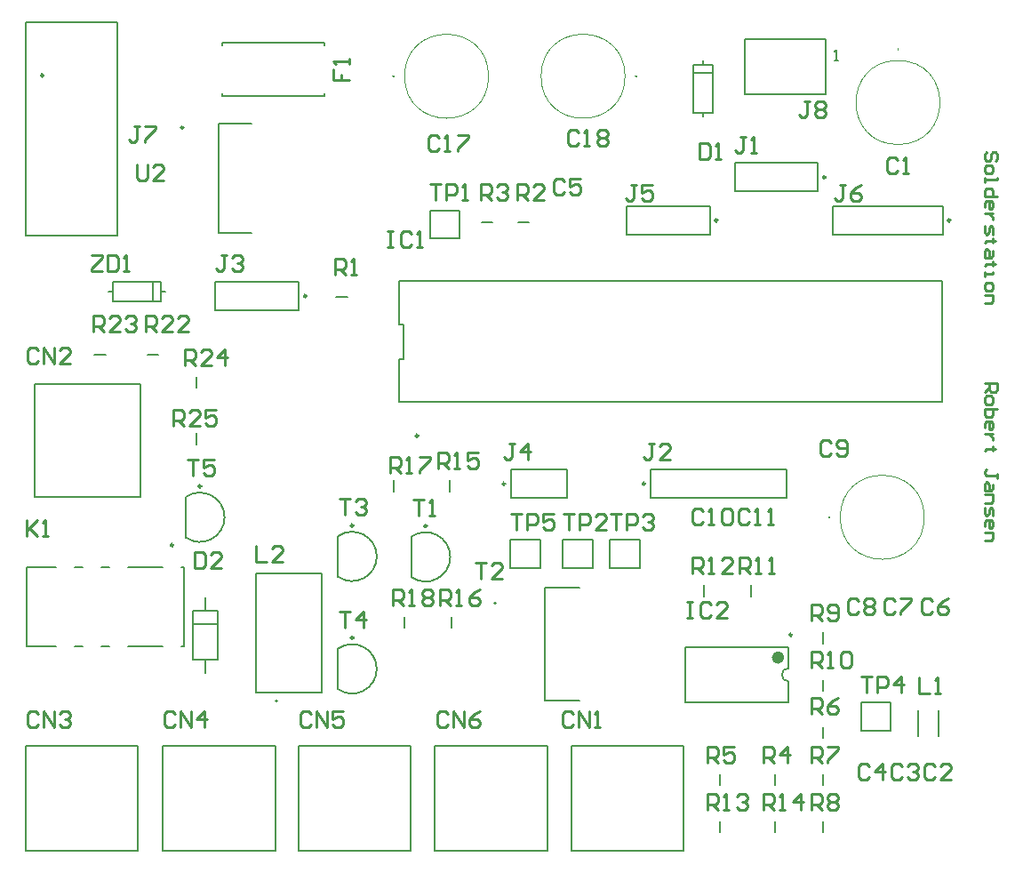
<source format=gbr>
%TF.GenerationSoftware,Altium Limited,Altium Designer,24.3.1 (35)*%
G04 Layer_Color=65535*
%FSLAX45Y45*%
%MOMM*%
%TF.SameCoordinates,77145657-7363-482A-8684-523018AF0833*%
%TF.FilePolarity,Positive*%
%TF.FileFunction,Legend,Top*%
%TF.Part,Single*%
G01*
G75*
%TA.AperFunction,NonConductor*%
%ADD46C,0.20000*%
%ADD47C,0.25000*%
%ADD48C,0.60000*%
%ADD49C,0.25400*%
%ADD50C,0.10000*%
%ADD51C,0.12700*%
%ADD52C,0.15240*%
D46*
X7457500Y1913500D02*
G03*
X7457500Y1786500I0J-63500D01*
G01*
X3166485Y1712451D02*
G03*
X3166453Y2099205I133515J193387D01*
G01*
X2590000Y1600000D02*
G03*
X2590000Y1600000I-10000J0D01*
G01*
X1716485Y3156613D02*
G03*
X1716454Y3543366I133515J193387D01*
G01*
X7840000Y3350000D02*
G03*
X7850000Y3350000I5000J0D01*
G01*
D02*
G03*
X7840000Y3350000I-5000J0D01*
G01*
D02*
G03*
X7850000Y3350000I5000J0D01*
G01*
X3690000Y7550000D02*
G03*
X3700000Y7550000I5000J0D01*
G01*
D02*
G03*
X3690000Y7550000I-5000J0D01*
G01*
D02*
G03*
X3700000Y7550000I5000J0D01*
G01*
X6010000D02*
G03*
X6000000Y7550000I-5000J0D01*
G01*
D02*
G03*
X6010000Y7550000I5000J0D01*
G01*
D02*
G03*
X6000000Y7550000I-5000J0D01*
G01*
X3866485Y2779613D02*
G03*
X3866454Y3166366I133515J193387D01*
G01*
X3166485Y2783613D02*
G03*
X3166453Y3170366I133515J193387D01*
G01*
X8500000Y7810000D02*
G03*
X8500000Y7800000I0J-5000D01*
G01*
D02*
G03*
X8500000Y7810000I0J5000D01*
G01*
D02*
G03*
X8500000Y7800000I0J-5000D01*
G01*
X4673936Y2532215D02*
G03*
X4673936Y2532215I-10000J0D01*
G01*
X6477501Y2115000D02*
X7457499D01*
X6477501Y1584998D02*
X7457499D01*
Y1913502D02*
Y2115000D01*
Y1584998D02*
Y1786502D01*
X6477501Y1584998D02*
Y2115000D01*
X8430674Y1315499D02*
Y1584501D01*
X8146677D02*
X8430674D01*
X8146677Y1315499D02*
Y1584501D01*
Y1315499D02*
X8430674D01*
X6799999Y797502D02*
Y902500D01*
X7332500Y797502D02*
Y902500D01*
X7788674Y797502D02*
Y902500D01*
Y1697500D02*
Y1802499D01*
Y1247478D02*
Y1352482D01*
Y2147502D02*
Y2252500D01*
Y347500D02*
Y452499D01*
X6799999Y347500D02*
Y452499D01*
X7332500Y347500D02*
Y452499D01*
X8888677Y1267498D02*
Y1507498D01*
X8688677Y1267498D02*
Y1507498D01*
X7099999Y2597498D02*
Y2702502D01*
X6650002Y2597498D02*
Y2702502D01*
X2787998Y1169998D02*
X3858999D01*
Y170000D02*
Y1169998D01*
X2787998Y170000D02*
X3858999D01*
X2787998D02*
Y1169998D01*
X187998D02*
X1259000D01*
Y170000D02*
Y1169998D01*
X187998Y170000D02*
X1259000D01*
X187998D02*
Y1169998D01*
X1496002D02*
X2566998D01*
Y170000D02*
Y1169998D01*
X1496002Y170000D02*
X2566998D01*
X1496002D02*
Y1169998D01*
X4088001D02*
X5159002D01*
Y170000D02*
Y1169998D01*
X4088001Y170000D02*
X5159002D01*
X4088001D02*
Y1169998D01*
X1782499Y2328502D02*
X2017499D01*
Y1990499D02*
Y2455502D01*
X1782499Y1990499D02*
Y2455502D01*
X1899999Y1863499D02*
Y1990499D01*
X1782499D02*
X2017499D01*
X1899999Y2455502D02*
Y2582502D01*
X1782499Y2455502D02*
X2017499D01*
X3166499Y1712476D02*
Y2099206D01*
X280002Y3546000D02*
X1280000D01*
Y4617001D01*
X280002D02*
X1280000D01*
X280002Y3546000D02*
Y4617001D01*
X1022002Y5404498D02*
X1477998D01*
X1022002D02*
Y5595501D01*
X1477998D01*
Y5404498D02*
Y5595501D01*
X1400000Y5414500D02*
Y5585498D01*
X1477998Y5500002D02*
X1517998D01*
X982002D02*
X1022002D01*
X1716499Y3156634D02*
Y3543364D01*
X1998566Y5593002D02*
X2790564D01*
Y5324000D02*
Y5593002D01*
X1998566Y5324000D02*
X2790564D01*
X1998566D02*
Y5593002D01*
X7879449Y6312914D02*
X8925451D01*
Y6043912D02*
Y6312914D01*
X7879449Y6043912D02*
X8925451D01*
X7879449D02*
Y6312914D01*
X3743374Y4445252D02*
Y4856874D01*
X3793376D01*
Y5186175D01*
X3743374D02*
X3793376D01*
X3743374D02*
Y5597802D01*
X8918624D01*
Y4445252D02*
Y5597802D01*
X3743374Y4445252D02*
X8918624D01*
X5092002Y2865499D02*
Y3134500D01*
X4807999D02*
X5092002D01*
X4807999Y2865499D02*
Y3134500D01*
Y2865499D02*
X5092002D01*
X4810336Y3535002D02*
X5348333D01*
X4810336D02*
Y3804003D01*
X5348333D01*
Y3535002D02*
Y3804003D01*
X5592001Y2865499D02*
Y3134500D01*
X5307998D02*
X5592001D01*
X5307998Y2865499D02*
Y3134500D01*
Y2865499D02*
X5592001D01*
X5387998Y170000D02*
Y1169998D01*
Y170000D02*
X6458999D01*
Y1169998D01*
X5387998D02*
X6458999D01*
X6042002Y2865499D02*
Y3134500D01*
X5758000D02*
X6042002D01*
X5758000Y2865499D02*
Y3134500D01*
Y2865499D02*
X6042002D01*
X7440857Y3535002D02*
Y3804003D01*
X6140854D02*
X7440857D01*
X6140854Y3535002D02*
Y3804003D01*
Y3535002D02*
X7440857D01*
X191996Y8067505D02*
X1062002D01*
X191996Y6032498D02*
Y8067505D01*
X192022Y6032472D02*
X1061977D01*
X1062002Y6032498D02*
Y8067505D01*
X4325333Y6004410D02*
Y6273412D01*
X4041336D02*
X4325333D01*
X4041336Y6004410D02*
Y6273412D01*
Y6004410D02*
X4325333D01*
X5916293Y6312914D02*
X6708295D01*
Y6043912D02*
Y6312914D01*
X5916293Y6043912D02*
X6708295D01*
X5916293D02*
Y6312914D01*
X6944596Y6723286D02*
X7736594D01*
Y6454285D02*
Y6723286D01*
X6944596Y6454285D02*
X7736594D01*
X6944596D02*
Y6723286D01*
X6642453Y7164611D02*
Y7204611D01*
Y7660612D02*
Y7700612D01*
X6556952Y7582609D02*
X6727955D01*
X6546954Y7660612D02*
X6737952D01*
X6546954Y7204611D02*
Y7660612D01*
Y7204611D02*
X6737952D01*
Y7660612D01*
X7814338Y7377412D02*
Y7900414D01*
X7037337D02*
X7814338D01*
X7037337Y7377412D02*
X7814338D01*
X7037337D02*
Y7900414D01*
X3866503Y2779637D02*
Y3166367D01*
X3166499Y2783635D02*
Y3170365D01*
X4880836Y6156414D02*
X4985835D01*
X4530834D02*
X4635838D01*
X3800000Y2297499D02*
Y2402502D01*
X4250002Y2297499D02*
Y2402502D01*
X1817500Y4047091D02*
Y4152090D01*
Y4582000D02*
Y4686999D01*
X847499Y4899998D02*
X952498D01*
X1347295D02*
X1452294D01*
X3147500Y5450000D02*
X3252498D01*
X3700000Y3597501D02*
Y3702500D01*
X4234162Y3597501D02*
Y3702500D01*
X1672501Y2125002D02*
X1699999D01*
X1164501D02*
X1497500D01*
X910501D02*
X989500D01*
X656501D02*
X735500D01*
X200002D02*
X481500D01*
X200002D02*
Y2874998D01*
X1672501D02*
X1699999D01*
X1164501D02*
X1497500D01*
X910501D02*
X989500D01*
X656501D02*
X735500D01*
X200002D02*
X481500D01*
X1699999Y2125002D02*
Y2874998D01*
X2029407Y7100502D02*
X2341410D01*
X2029407Y6059498D02*
Y7100502D01*
Y6059498D02*
X2341410D01*
X2060908Y7845291D02*
Y7868791D01*
Y7365789D02*
Y7389290D01*
Y7365789D02*
X3033911D01*
Y7845291D02*
Y7868791D01*
Y7365789D02*
Y7389290D01*
X2060908Y7868791D02*
X3033911D01*
D47*
X7491000Y2231000D02*
G03*
X7491000Y2231000I-12500J0D01*
G01*
X3312500Y2200839D02*
G03*
X3312500Y2200839I-12500J0D01*
G01*
X1862500Y3645000D02*
G03*
X1862500Y3645000I-12500J0D01*
G01*
X2864264Y5458500D02*
G03*
X2864264Y5458500I-12500J0D01*
G01*
X8999151Y6178414D02*
G03*
X8999151Y6178414I-12500J0D01*
G01*
X3930500Y4127500D02*
G03*
X3930500Y4127500I-12500J0D01*
G01*
X6092155Y3669501D02*
G03*
X6092155Y3669501I-12500J0D01*
G01*
X360100Y7558000D02*
G03*
X360100Y7558000I-12500J0D01*
G01*
X6781994Y6178414D02*
G03*
X6781994Y6178414I-12500J0D01*
G01*
X7810296Y6588787D02*
G03*
X7810296Y6588787I-12500J0D01*
G01*
X4012500Y3268000D02*
G03*
X4012500Y3268000I-12500J0D01*
G01*
X3312500Y3272000D02*
G03*
X3312500Y3272000I-12500J0D01*
G01*
X1597500Y3085000D02*
G03*
X1597500Y3085000I-12500J0D01*
G01*
X1692908Y7062600D02*
G03*
X1692908Y7062600I-12500J0D01*
G01*
D48*
X7387500Y2015000D02*
G03*
X7387500Y2015000I-30000J0D01*
G01*
D49*
X4757955Y3669501D02*
G03*
X4757955Y3669501I-11359J0D01*
G01*
X9425368Y6744626D02*
X9445361Y6764619D01*
Y6804606D01*
X9425368Y6824600D01*
X9405374D01*
X9385381Y6804606D01*
Y6764619D01*
X9365387Y6744626D01*
X9345394D01*
X9325400Y6764619D01*
Y6804606D01*
X9345394Y6824600D01*
X9325400Y6684645D02*
Y6644658D01*
X9345394Y6624665D01*
X9385381D01*
X9405374Y6644658D01*
Y6684645D01*
X9385381Y6704639D01*
X9345394D01*
X9325400Y6684645D01*
Y6584678D02*
Y6544691D01*
Y6564684D01*
X9445361D01*
Y6584678D01*
Y6404736D02*
X9325400D01*
Y6464716D01*
X9345394Y6484710D01*
X9385381D01*
X9405374Y6464716D01*
Y6404736D01*
X9325400Y6304768D02*
Y6344755D01*
X9345394Y6364749D01*
X9385381D01*
X9405374Y6344755D01*
Y6304768D01*
X9385381Y6284775D01*
X9365387D01*
Y6364749D01*
X9405374Y6244788D02*
X9325400D01*
X9365387D01*
X9385381Y6224794D01*
X9405374Y6204801D01*
Y6184807D01*
X9325400Y6124826D02*
Y6064846D01*
X9345394Y6044852D01*
X9365387Y6064846D01*
Y6104833D01*
X9385381Y6124826D01*
X9405374Y6104833D01*
Y6044852D01*
X9425368Y5984872D02*
X9405374D01*
Y6004865D01*
Y5964878D01*
Y5984872D01*
X9345394D01*
X9325400Y5964878D01*
X9405374Y5884904D02*
Y5844917D01*
X9385381Y5824923D01*
X9325400D01*
Y5884904D01*
X9345394Y5904898D01*
X9365387Y5884904D01*
Y5824923D01*
X9425368Y5764943D02*
X9405374D01*
Y5784936D01*
Y5744949D01*
Y5764943D01*
X9345394D01*
X9325400Y5744949D01*
Y5684969D02*
Y5644982D01*
Y5664975D01*
X9405374D01*
Y5684969D01*
X9325400Y5565007D02*
Y5525020D01*
X9345394Y5505027D01*
X9385381D01*
X9405374Y5525020D01*
Y5565007D01*
X9385381Y5585001D01*
X9345394D01*
X9325400Y5565007D01*
Y5465040D02*
X9405374D01*
Y5405059D01*
X9385381Y5385065D01*
X9325400D01*
X6493340Y2543591D02*
X6544124D01*
X6518732D01*
Y2391240D01*
X6493340D01*
X6544124D01*
X6721866Y2518199D02*
X6696474Y2543591D01*
X6645691D01*
X6620299Y2518199D01*
Y2416632D01*
X6645691Y2391240D01*
X6696474D01*
X6721866Y2416632D01*
X6874217Y2391240D02*
X6772650D01*
X6874217Y2492807D01*
Y2518199D01*
X6848825Y2543591D01*
X6798042D01*
X6772650Y2518199D01*
X8149420Y1834931D02*
X8250987D01*
X8200204D01*
Y1682580D01*
X8301771D02*
Y1834931D01*
X8377946D01*
X8403338Y1809539D01*
Y1758755D01*
X8377946Y1733364D01*
X8301771D01*
X8530297Y1682580D02*
Y1834931D01*
X8454122Y1758755D01*
X8555689D01*
X8540547Y976419D02*
X8515155Y1001811D01*
X8464372D01*
X8438980Y976419D01*
Y874852D01*
X8464372Y849460D01*
X8515155D01*
X8540547Y874852D01*
X8591331Y976419D02*
X8616723Y1001811D01*
X8667506D01*
X8692898Y976419D01*
Y951027D01*
X8667506Y925635D01*
X8642114D01*
X8667506D01*
X8692898Y900244D01*
Y874852D01*
X8667506Y849460D01*
X8616723D01*
X8591331Y874852D01*
X8228127Y976419D02*
X8202735Y1001811D01*
X8151952D01*
X8126560Y976419D01*
Y874852D01*
X8151952Y849460D01*
X8202735D01*
X8228127Y874852D01*
X8355086Y849460D02*
Y1001811D01*
X8278911Y925635D01*
X8380478D01*
X6688920Y1014560D02*
Y1166911D01*
X6765095D01*
X6790487Y1141519D01*
Y1090735D01*
X6765095Y1065344D01*
X6688920D01*
X6739704D02*
X6790487Y1014560D01*
X6942838Y1166911D02*
X6841271D01*
Y1090735D01*
X6892054Y1116127D01*
X6917446D01*
X6942838Y1090735D01*
Y1039952D01*
X6917446Y1014560D01*
X6866663D01*
X6841271Y1039952D01*
X7219780Y1014560D02*
Y1166911D01*
X7295955D01*
X7321347Y1141519D01*
Y1090735D01*
X7295955Y1065344D01*
X7219780D01*
X7270564D02*
X7321347Y1014560D01*
X7448306D02*
Y1166911D01*
X7372131Y1090735D01*
X7473698D01*
X7676980Y1014560D02*
Y1166911D01*
X7753155D01*
X7778547Y1141519D01*
Y1090735D01*
X7753155Y1065344D01*
X7676980D01*
X7727764D02*
X7778547Y1014560D01*
X7829331Y1166911D02*
X7930898D01*
Y1141519D01*
X7829331Y1039952D01*
Y1014560D01*
X7676980Y1913720D02*
Y2066071D01*
X7753155D01*
X7778547Y2040679D01*
Y1989895D01*
X7753155Y1964504D01*
X7676980D01*
X7727764D02*
X7778547Y1913720D01*
X7829331D02*
X7880114D01*
X7854723D01*
Y2066071D01*
X7829331Y2040679D01*
X7956290D02*
X7981682Y2066071D01*
X8032465D01*
X8057857Y2040679D01*
Y1939112D01*
X8032465Y1913720D01*
X7981682D01*
X7956290Y1939112D01*
Y2040679D01*
X7673041Y1473825D02*
Y1626175D01*
X7749217D01*
X7774609Y1600783D01*
Y1550000D01*
X7749217Y1524608D01*
X7673041D01*
X7723825D02*
X7774609Y1473825D01*
X7926959Y1626175D02*
X7876176Y1600783D01*
X7825392Y1550000D01*
Y1499216D01*
X7850784Y1473825D01*
X7901567D01*
X7926959Y1499216D01*
Y1524608D01*
X7901567Y1550000D01*
X7825392D01*
X7676980Y2363300D02*
Y2515651D01*
X7753155D01*
X7778547Y2490259D01*
Y2439475D01*
X7753155Y2414084D01*
X7676980D01*
X7727764D02*
X7778547Y2363300D01*
X7829331Y2388692D02*
X7854723Y2363300D01*
X7905506D01*
X7930898Y2388692D01*
Y2490259D01*
X7905506Y2515651D01*
X7854723D01*
X7829331Y2490259D01*
Y2464867D01*
X7854723Y2439475D01*
X7930898D01*
X7676980Y562440D02*
Y714791D01*
X7753155D01*
X7778547Y689399D01*
Y638615D01*
X7753155Y613224D01*
X7676980D01*
X7727764D02*
X7778547Y562440D01*
X7829331Y689399D02*
X7854723Y714791D01*
X7905506D01*
X7930898Y689399D01*
Y664007D01*
X7905506Y638615D01*
X7930898Y613224D01*
Y587832D01*
X7905506Y562440D01*
X7854723D01*
X7829331Y587832D01*
Y613224D01*
X7854723Y638615D01*
X7829331Y664007D01*
Y689399D01*
X7854723Y638615D02*
X7905506D01*
X6688920Y562440D02*
Y714791D01*
X6765095D01*
X6790487Y689399D01*
Y638615D01*
X6765095Y613224D01*
X6688920D01*
X6739704D02*
X6790487Y562440D01*
X6841271D02*
X6892054D01*
X6866663D01*
Y714791D01*
X6841271Y689399D01*
X6968230D02*
X6993622Y714791D01*
X7044405D01*
X7069797Y689399D01*
Y664007D01*
X7044405Y638615D01*
X7019013D01*
X7044405D01*
X7069797Y613224D01*
Y587832D01*
X7044405Y562440D01*
X6993622D01*
X6968230Y587832D01*
X7219780Y562440D02*
Y714791D01*
X7295955D01*
X7321347Y689399D01*
Y638615D01*
X7295955Y613224D01*
X7219780D01*
X7270564D02*
X7321347Y562440D01*
X7372131D02*
X7422914D01*
X7397523D01*
Y714791D01*
X7372131Y689399D01*
X7575265Y562440D02*
Y714791D01*
X7499090Y638615D01*
X7600657D01*
X8124608Y2550784D02*
X8099216Y2576175D01*
X8048433D01*
X8023041Y2550784D01*
Y2449217D01*
X8048433Y2423825D01*
X8099216D01*
X8124608Y2449217D01*
X8175392Y2550784D02*
X8200784Y2576175D01*
X8251567D01*
X8276959Y2550784D01*
Y2525392D01*
X8251567Y2500000D01*
X8276959Y2474608D01*
Y2449217D01*
X8251567Y2423825D01*
X8200784D01*
X8175392Y2449217D01*
Y2474608D01*
X8200784Y2500000D01*
X8175392Y2525392D01*
Y2550784D01*
X8200784Y2500000D02*
X8251567D01*
X8474608Y2550784D02*
X8449217Y2576175D01*
X8398433D01*
X8373041Y2550784D01*
Y2449217D01*
X8398433Y2423825D01*
X8449217D01*
X8474608Y2449217D01*
X8525392Y2576175D02*
X8626959D01*
Y2550784D01*
X8525392Y2449217D01*
Y2423825D01*
X8698433Y1826175D02*
Y1673825D01*
X8800000D01*
X8850784D02*
X8901567D01*
X8876176D01*
Y1826175D01*
X8850784Y1800784D01*
X8824608Y2550784D02*
X8799217Y2576175D01*
X8748433D01*
X8723041Y2550784D01*
Y2449217D01*
X8748433Y2423825D01*
X8799217D01*
X8824608Y2449217D01*
X8976959Y2576175D02*
X8926175Y2550784D01*
X8875392Y2500000D01*
Y2449217D01*
X8900784Y2423825D01*
X8951567D01*
X8976959Y2449217D01*
Y2474608D01*
X8951567Y2500000D01*
X8875392D01*
X8850427Y976419D02*
X8825035Y1001811D01*
X8774252D01*
X8748860Y976419D01*
Y874852D01*
X8774252Y849460D01*
X8825035D01*
X8850427Y874852D01*
X9002778Y849460D02*
X8901211D01*
X9002778Y951027D01*
Y976419D01*
X8977386Y1001811D01*
X8926603D01*
X8901211Y976419D01*
X6988640Y2812880D02*
Y2965231D01*
X7064815D01*
X7090207Y2939839D01*
Y2889055D01*
X7064815Y2863664D01*
X6988640D01*
X7039424D02*
X7090207Y2812880D01*
X7140991D02*
X7191774D01*
X7166383D01*
Y2965231D01*
X7140991Y2939839D01*
X7267950Y2812880D02*
X7318733D01*
X7293342D01*
Y2965231D01*
X7267950Y2939839D01*
X6539060Y2812880D02*
Y2965231D01*
X6615235D01*
X6640627Y2939839D01*
Y2889055D01*
X6615235Y2863664D01*
X6539060D01*
X6589844D02*
X6640627Y2812880D01*
X6691411D02*
X6742194D01*
X6716803D01*
Y2965231D01*
X6691411Y2939839D01*
X6919937Y2812880D02*
X6818370D01*
X6919937Y2914447D01*
Y2939839D01*
X6894545Y2965231D01*
X6843762D01*
X6818370Y2939839D01*
X2910307Y1479339D02*
X2884915Y1504731D01*
X2834132D01*
X2808740Y1479339D01*
Y1377772D01*
X2834132Y1352380D01*
X2884915D01*
X2910307Y1377772D01*
X2961091Y1352380D02*
Y1504731D01*
X3062658Y1352380D01*
Y1504731D01*
X3215009D02*
X3113442D01*
Y1428555D01*
X3164225Y1453947D01*
X3189617D01*
X3215009Y1428555D01*
Y1377772D01*
X3189617Y1352380D01*
X3138833D01*
X3113442Y1377772D01*
X309347Y1479339D02*
X283955Y1504731D01*
X233172D01*
X207780Y1479339D01*
Y1377772D01*
X233172Y1352380D01*
X283955D01*
X309347Y1377772D01*
X360131Y1352380D02*
Y1504731D01*
X461698Y1352380D01*
Y1504731D01*
X512482Y1479339D02*
X537873Y1504731D01*
X588657D01*
X614049Y1479339D01*
Y1453947D01*
X588657Y1428555D01*
X563265D01*
X588657D01*
X614049Y1403164D01*
Y1377772D01*
X588657Y1352380D01*
X537873D01*
X512482Y1377772D01*
X1617447Y1479339D02*
X1592055Y1504731D01*
X1541272D01*
X1515880Y1479339D01*
Y1377772D01*
X1541272Y1352380D01*
X1592055D01*
X1617447Y1377772D01*
X1668231Y1352380D02*
Y1504731D01*
X1769798Y1352380D01*
Y1504731D01*
X1896757Y1352380D02*
Y1504731D01*
X1820582Y1428555D01*
X1922149D01*
X4210787Y1479339D02*
X4185395Y1504731D01*
X4134612D01*
X4109220Y1479339D01*
Y1377772D01*
X4134612Y1352380D01*
X4185395D01*
X4210787Y1377772D01*
X4261571Y1352380D02*
Y1504731D01*
X4363138Y1352380D01*
Y1504731D01*
X4515489D02*
X4464705Y1479339D01*
X4413922Y1428555D01*
Y1377772D01*
X4439313Y1352380D01*
X4490097D01*
X4515489Y1377772D01*
Y1403164D01*
X4490097Y1428555D01*
X4413922D01*
X1796880Y3016031D02*
Y2863680D01*
X1873055D01*
X1898447Y2889072D01*
Y2990639D01*
X1873055Y3016031D01*
X1796880D01*
X2050798Y2863680D02*
X1949231D01*
X2050798Y2965247D01*
Y2990639D01*
X2025406Y3016031D01*
X1974623D01*
X1949231Y2990639D01*
X3178640Y2454691D02*
X3280207D01*
X3229424D01*
Y2302340D01*
X3407166D02*
Y2454691D01*
X3330991Y2378515D01*
X3432558D01*
X2383620Y3074451D02*
Y2922100D01*
X2485187D01*
X2637538D02*
X2535971D01*
X2637538Y3023667D01*
Y3049059D01*
X2612146Y3074451D01*
X2561363D01*
X2535971Y3049059D01*
X312614Y4940468D02*
X287222Y4965860D01*
X236439D01*
X211047Y4940468D01*
Y4838901D01*
X236439Y4813509D01*
X287222D01*
X312614Y4838901D01*
X363398Y4813509D02*
Y4965860D01*
X464965Y4813509D01*
Y4965860D01*
X617316Y4813509D02*
X515749D01*
X617316Y4915076D01*
Y4940468D01*
X591924Y4965860D01*
X541140D01*
X515749Y4940468D01*
X813900Y5843051D02*
X915467D01*
Y5817659D01*
X813900Y5716092D01*
Y5690700D01*
X915467D01*
X966251Y5843051D02*
Y5690700D01*
X1042426D01*
X1067818Y5716092D01*
Y5817659D01*
X1042426Y5843051D01*
X966251D01*
X1118602Y5690700D02*
X1169385D01*
X1143993D01*
Y5843051D01*
X1118602Y5817659D01*
X1728300Y3897411D02*
X1829867D01*
X1779084D01*
Y3745060D01*
X1982218Y3897411D02*
X1880651D01*
Y3821235D01*
X1931434Y3846627D01*
X1956826D01*
X1982218Y3821235D01*
Y3770452D01*
X1956826Y3745060D01*
X1906043D01*
X1880651Y3770452D01*
X2104187Y5843051D02*
X2053404D01*
X2078795D01*
Y5716092D01*
X2053404Y5690700D01*
X2028012D01*
X2002620Y5716092D01*
X2154971Y5817659D02*
X2180363Y5843051D01*
X2231146D01*
X2256538Y5817659D01*
Y5792267D01*
X2231146Y5766875D01*
X2205754D01*
X2231146D01*
X2256538Y5741484D01*
Y5716092D01*
X2231146Y5690700D01*
X2180363D01*
X2154971Y5716092D01*
X8000932Y6515087D02*
X7950149D01*
X7975541D01*
Y6388128D01*
X7950149Y6362737D01*
X7924757D01*
X7899365Y6388128D01*
X8153283Y6515087D02*
X8102499Y6489695D01*
X8051716Y6438912D01*
Y6388128D01*
X8077108Y6362737D01*
X8127891D01*
X8153283Y6388128D01*
Y6413520D01*
X8127891Y6438912D01*
X8051716D01*
X3634954Y6076175D02*
X3685737D01*
X3660345D01*
Y5923825D01*
X3634954D01*
X3685737D01*
X3863480Y6050783D02*
X3838088Y6076175D01*
X3787304D01*
X3761912Y6050783D01*
Y5949216D01*
X3787304Y5923825D01*
X3838088D01*
X3863480Y5949216D01*
X3914263Y5923825D02*
X3965047D01*
X3939655D01*
Y6076175D01*
X3914263Y6050783D01*
X4811860Y3384331D02*
X4913427D01*
X4862644D01*
Y3231980D01*
X4964211D02*
Y3384331D01*
X5040386D01*
X5065778Y3358939D01*
Y3308155D01*
X5040386Y3282764D01*
X4964211D01*
X5218129Y3384331D02*
X5116562D01*
Y3308155D01*
X5167345Y3333547D01*
X5192737D01*
X5218129Y3308155D01*
Y3257372D01*
X5192737Y3231980D01*
X5141953D01*
X5116562Y3257372D01*
X4849927Y4054891D02*
X4799144D01*
X4824535D01*
Y3927932D01*
X4799144Y3902540D01*
X4773752D01*
X4748360Y3927932D01*
X4976886Y3902540D02*
Y4054891D01*
X4900711Y3978715D01*
X5002278D01*
X5309700Y3384331D02*
X5411267D01*
X5360484D01*
Y3231980D01*
X5462051D02*
Y3384331D01*
X5538226D01*
X5563618Y3358939D01*
Y3308155D01*
X5538226Y3282764D01*
X5462051D01*
X5715969Y3231980D02*
X5614402D01*
X5715969Y3333547D01*
Y3358939D01*
X5690577Y3384331D01*
X5639793D01*
X5614402Y3358939D01*
X5408727Y1479339D02*
X5383335Y1504731D01*
X5332552D01*
X5307160Y1479339D01*
Y1377772D01*
X5332552Y1352380D01*
X5383335D01*
X5408727Y1377772D01*
X5459511Y1352380D02*
Y1504731D01*
X5561078Y1352380D01*
Y1504731D01*
X5611862Y1352380D02*
X5662645D01*
X5637253D01*
Y1504731D01*
X5611862Y1479339D01*
X5761820Y3384331D02*
X5863387D01*
X5812604D01*
Y3231980D01*
X5914171D02*
Y3384331D01*
X5990346D01*
X6015738Y3358939D01*
Y3308155D01*
X5990346Y3282764D01*
X5914171D01*
X6066522Y3358939D02*
X6091913Y3384331D01*
X6142697D01*
X6168089Y3358939D01*
Y3333547D01*
X6142697Y3308155D01*
X6117305D01*
X6142697D01*
X6168089Y3282764D01*
Y3257372D01*
X6142697Y3231980D01*
X6091913D01*
X6066522Y3257372D01*
X6180887Y4054891D02*
X6130104D01*
X6155495D01*
Y3927932D01*
X6130104Y3902540D01*
X6104712D01*
X6079320Y3927932D01*
X6333238Y3902540D02*
X6231671D01*
X6333238Y4004107D01*
Y4029499D01*
X6307846Y4054891D01*
X6257063D01*
X6231671Y4029499D01*
X7862367Y4057439D02*
X7836975Y4082831D01*
X7786192D01*
X7760800Y4057439D01*
Y3955872D01*
X7786192Y3930480D01*
X7836975D01*
X7862367Y3955872D01*
X7913151D02*
X7938543Y3930480D01*
X7989326D01*
X8014718Y3955872D01*
Y4057439D01*
X7989326Y4082831D01*
X7938543D01*
X7913151Y4057439D01*
Y4032047D01*
X7938543Y4006655D01*
X8014718D01*
X1274608Y7076175D02*
X1223825D01*
X1249216D01*
Y6949216D01*
X1223825Y6923825D01*
X1198433D01*
X1173041Y6949216D01*
X1325392Y7076175D02*
X1426959D01*
Y7050783D01*
X1325392Y6949216D01*
Y6923825D01*
X4127793Y6961871D02*
X4102401Y6987263D01*
X4051618D01*
X4026226Y6961871D01*
Y6860304D01*
X4051618Y6834912D01*
X4102401D01*
X4127793Y6860304D01*
X4178577Y6834912D02*
X4229360D01*
X4203969D01*
Y6987263D01*
X4178577Y6961871D01*
X4305536Y6987263D02*
X4407103D01*
Y6961871D01*
X4305536Y6860304D01*
Y6834912D01*
X4044780Y6523771D02*
X4146347D01*
X4095564D01*
Y6371420D01*
X4197131D02*
Y6523771D01*
X4273306D01*
X4298698Y6498379D01*
Y6447595D01*
X4273306Y6422204D01*
X4197131D01*
X4349482Y6371420D02*
X4400265D01*
X4374873D01*
Y6523771D01*
X4349482Y6498379D01*
X5456611Y7011872D02*
X5431219Y7037264D01*
X5380436D01*
X5355044Y7011872D01*
Y6910305D01*
X5380436Y6884913D01*
X5431219D01*
X5456611Y6910305D01*
X5507394Y6884913D02*
X5558178D01*
X5532786D01*
Y7037264D01*
X5507394Y7011872D01*
X5634353D02*
X5659745Y7037264D01*
X5710529D01*
X5735920Y7011872D01*
Y6986480D01*
X5710529Y6961088D01*
X5735920Y6935697D01*
Y6910305D01*
X5710529Y6884913D01*
X5659745D01*
X5634353Y6910305D01*
Y6935697D01*
X5659745Y6961088D01*
X5634353Y6986480D01*
Y7011872D01*
X5659745Y6961088D02*
X5710529D01*
X6007944Y6515088D02*
X5957160D01*
X5982552D01*
Y6388129D01*
X5957160Y6362737D01*
X5931769D01*
X5906377Y6388129D01*
X6160295Y6515088D02*
X6058728D01*
Y6438912D01*
X6109511Y6464304D01*
X6134903D01*
X6160295Y6438912D01*
Y6388129D01*
X6134903Y6362737D01*
X6084119D01*
X6058728Y6388129D01*
X7049567Y6973351D02*
X6998784D01*
X7024175D01*
Y6846392D01*
X6998784Y6821000D01*
X6973392D01*
X6948000Y6846392D01*
X7100351Y6821000D02*
X7151134D01*
X7125743D01*
Y6973351D01*
X7100351Y6947959D01*
X6611964Y6915087D02*
Y6762736D01*
X6688140D01*
X6713531Y6788128D01*
Y6889695D01*
X6688140Y6915087D01*
X6611964D01*
X6764315Y6762736D02*
X6815098D01*
X6789707D01*
Y6915087D01*
X6764315Y6889695D01*
X7657944Y7315088D02*
X7607160D01*
X7632552D01*
Y7188129D01*
X7607160Y7162737D01*
X7581769D01*
X7556377Y7188129D01*
X7708728Y7289696D02*
X7734119Y7315088D01*
X7784903D01*
X7810295Y7289696D01*
Y7264304D01*
X7784903Y7238912D01*
X7810295Y7213520D01*
Y7188129D01*
X7784903Y7162737D01*
X7734119D01*
X7708728Y7188129D01*
Y7213520D01*
X7734119Y7238912D01*
X7708728Y7264304D01*
Y7289696D01*
X7734119Y7238912D02*
X7784903D01*
X3879680Y3521491D02*
X3981247D01*
X3930464D01*
Y3369140D01*
X4032031D02*
X4082814D01*
X4057423D01*
Y3521491D01*
X4032031Y3496099D01*
X3178640Y3526571D02*
X3280207D01*
X3229424D01*
Y3374220D01*
X3330991Y3501179D02*
X3356383Y3526571D01*
X3407166D01*
X3432558Y3501179D01*
Y3475787D01*
X3407166Y3450395D01*
X3381774D01*
X3407166D01*
X3432558Y3425004D01*
Y3399612D01*
X3407166Y3374220D01*
X3356383D01*
X3330991Y3399612D01*
X8500000Y6750784D02*
X8474608Y6776175D01*
X8423825D01*
X8398433Y6750784D01*
Y6649217D01*
X8423825Y6623825D01*
X8474608D01*
X8500000Y6649217D01*
X8550784Y6623825D02*
X8601567D01*
X8576176D01*
Y6776175D01*
X8550784Y6750784D01*
X4870280Y6368880D02*
Y6521231D01*
X4946455D01*
X4971847Y6495839D01*
Y6445055D01*
X4946455Y6419664D01*
X4870280D01*
X4921064D02*
X4971847Y6368880D01*
X5124198D02*
X5022631D01*
X5124198Y6470447D01*
Y6495839D01*
X5098806Y6521231D01*
X5048023D01*
X5022631Y6495839D01*
X5324608Y6550783D02*
X5299216Y6576175D01*
X5248433D01*
X5223041Y6550783D01*
Y6449216D01*
X5248433Y6423825D01*
X5299216D01*
X5324608Y6449216D01*
X5476959Y6576175D02*
X5375392D01*
Y6500000D01*
X5426175Y6525392D01*
X5451567D01*
X5476959Y6500000D01*
Y6449216D01*
X5451567Y6423825D01*
X5400784D01*
X5375392Y6449216D01*
X4522300Y6368880D02*
Y6521231D01*
X4598475D01*
X4623867Y6495839D01*
Y6445055D01*
X4598475Y6419664D01*
X4522300D01*
X4573084D02*
X4623867Y6368880D01*
X4674651Y6495839D02*
X4700043Y6521231D01*
X4750826D01*
X4776218Y6495839D01*
Y6470447D01*
X4750826Y6445055D01*
X4725434D01*
X4750826D01*
X4776218Y6419664D01*
Y6394272D01*
X4750826Y6368880D01*
X4700043D01*
X4674651Y6394272D01*
X4476977Y2918391D02*
X4578544D01*
X4527760D01*
Y2766040D01*
X4730895D02*
X4629328D01*
X4730895Y2867607D01*
Y2892999D01*
X4705503Y2918391D01*
X4654719D01*
X4629328Y2892999D01*
X3686640Y2513160D02*
Y2665511D01*
X3762815D01*
X3788207Y2640119D01*
Y2589335D01*
X3762815Y2563944D01*
X3686640D01*
X3737424D02*
X3788207Y2513160D01*
X3838991D02*
X3889774D01*
X3864383D01*
Y2665511D01*
X3838991Y2640119D01*
X3965950D02*
X3991342Y2665511D01*
X4042125D01*
X4067517Y2640119D01*
Y2614727D01*
X4042125Y2589335D01*
X4067517Y2563944D01*
Y2538552D01*
X4042125Y2513160D01*
X3991342D01*
X3965950Y2538552D01*
Y2563944D01*
X3991342Y2589335D01*
X3965950Y2614727D01*
Y2640119D01*
X3991342Y2589335D02*
X4042125D01*
X4138760Y2513160D02*
Y2665511D01*
X4214935D01*
X4240327Y2640119D01*
Y2589335D01*
X4214935Y2563944D01*
X4138760D01*
X4189544D02*
X4240327Y2513160D01*
X4291111D02*
X4341894D01*
X4316503D01*
Y2665511D01*
X4291111Y2640119D01*
X4519637Y2665511D02*
X4468853Y2640119D01*
X4418070Y2589335D01*
Y2538552D01*
X4443462Y2513160D01*
X4494245D01*
X4519637Y2538552D01*
Y2563944D01*
X4494245Y2589335D01*
X4418070D01*
X1596866Y4223825D02*
Y4376175D01*
X1673041D01*
X1698433Y4350784D01*
Y4300000D01*
X1673041Y4274608D01*
X1596866D01*
X1647649D02*
X1698433Y4223825D01*
X1850784D02*
X1749216D01*
X1850784Y4325392D01*
Y4350784D01*
X1825392Y4376175D01*
X1774608D01*
X1749216Y4350784D01*
X2003134Y4376175D02*
X1901567D01*
Y4300000D01*
X1952351Y4325392D01*
X1977743D01*
X2003134Y4300000D01*
Y4249217D01*
X1977743Y4223825D01*
X1926959D01*
X1901567Y4249217D01*
X1705440Y4799160D02*
Y4951511D01*
X1781615D01*
X1807007Y4926119D01*
Y4875335D01*
X1781615Y4849944D01*
X1705440D01*
X1756224D02*
X1807007Y4799160D01*
X1959358D02*
X1857791D01*
X1959358Y4900727D01*
Y4926119D01*
X1933966Y4951511D01*
X1883183D01*
X1857791Y4926119D01*
X2086317Y4799160D02*
Y4951511D01*
X2010142Y4875335D01*
X2111709D01*
X836760Y5114120D02*
Y5266471D01*
X912935D01*
X938327Y5241079D01*
Y5190295D01*
X912935Y5164904D01*
X836760D01*
X887544D02*
X938327Y5114120D01*
X1090678D02*
X989111D01*
X1090678Y5215687D01*
Y5241079D01*
X1065286Y5266471D01*
X1014503D01*
X989111Y5241079D01*
X1141462D02*
X1166853Y5266471D01*
X1217637D01*
X1243029Y5241079D01*
Y5215687D01*
X1217637Y5190295D01*
X1192245D01*
X1217637D01*
X1243029Y5164904D01*
Y5139512D01*
X1217637Y5114120D01*
X1166853D01*
X1141462Y5139512D01*
X1337140Y5114120D02*
Y5266471D01*
X1413315D01*
X1438707Y5241079D01*
Y5190295D01*
X1413315Y5164904D01*
X1337140D01*
X1387924D02*
X1438707Y5114120D01*
X1591058D02*
X1489491D01*
X1591058Y5215687D01*
Y5241079D01*
X1565666Y5266471D01*
X1514883D01*
X1489491Y5241079D01*
X1743409Y5114120D02*
X1641842D01*
X1743409Y5215687D01*
Y5241079D01*
X1718017Y5266471D01*
X1667233D01*
X1641842Y5241079D01*
X3138000Y5662760D02*
Y5815111D01*
X3214175D01*
X3239567Y5789719D01*
Y5738935D01*
X3214175Y5713544D01*
X3138000D01*
X3188784D02*
X3239567Y5662760D01*
X3290351D02*
X3341134D01*
X3315743D01*
Y5815111D01*
X3290351Y5789719D01*
X6640627Y3404659D02*
X6615235Y3430051D01*
X6564452D01*
X6539060Y3404659D01*
Y3303092D01*
X6564452Y3277700D01*
X6615235D01*
X6640627Y3303092D01*
X6691411Y3277700D02*
X6742194D01*
X6716803D01*
Y3430051D01*
X6691411Y3404659D01*
X6818370D02*
X6843762Y3430051D01*
X6894545D01*
X6919937Y3404659D01*
Y3303092D01*
X6894545Y3277700D01*
X6843762D01*
X6818370Y3303092D01*
Y3404659D01*
X3659562Y3773825D02*
Y3926176D01*
X3735737D01*
X3761129Y3900784D01*
Y3850000D01*
X3735737Y3824608D01*
X3659562D01*
X3710345D02*
X3761129Y3773825D01*
X3811913D02*
X3862696D01*
X3837304D01*
Y3926176D01*
X3811913Y3900784D01*
X3938871Y3926176D02*
X4040439D01*
Y3900784D01*
X3938871Y3799217D01*
Y3773825D01*
X4120980Y3813640D02*
Y3965991D01*
X4197155D01*
X4222547Y3940599D01*
Y3889815D01*
X4197155Y3864424D01*
X4120980D01*
X4171764D02*
X4222547Y3813640D01*
X4273331D02*
X4324114D01*
X4298723D01*
Y3965991D01*
X4273331Y3940599D01*
X4501857Y3965991D02*
X4400290D01*
Y3889815D01*
X4451073Y3915207D01*
X4476465D01*
X4501857Y3889815D01*
Y3839032D01*
X4476465Y3813640D01*
X4425682D01*
X4400290Y3839032D01*
X7080047Y3404659D02*
X7054655Y3430051D01*
X7003872D01*
X6978480Y3404659D01*
Y3303092D01*
X7003872Y3277700D01*
X7054655D01*
X7080047Y3303092D01*
X7130831Y3277700D02*
X7181614D01*
X7156223D01*
Y3430051D01*
X7130831Y3404659D01*
X7257790Y3277700D02*
X7308573D01*
X7283182D01*
Y3430051D01*
X7257790Y3404659D01*
X198433Y3326175D02*
Y3173825D01*
Y3224608D01*
X300000Y3326175D01*
X223825Y3250000D01*
X300000Y3173825D01*
X350784D02*
X401567D01*
X376176D01*
Y3326175D01*
X350784Y3300784D01*
X1251450Y6706176D02*
Y6579217D01*
X1276841Y6553825D01*
X1327625D01*
X1353017Y6579217D01*
Y6706176D01*
X1505368Y6553825D02*
X1403800D01*
X1505368Y6655392D01*
Y6680784D01*
X1479976Y6706176D01*
X1429192D01*
X1403800Y6680784D01*
X3121233Y7617289D02*
Y7515722D01*
X3197409D01*
Y7566505D01*
Y7515722D01*
X3273584D01*
Y7668073D02*
Y7718856D01*
Y7693464D01*
X3121233D01*
X3146625Y7668073D01*
X9325400Y4624600D02*
X9445361D01*
Y4564620D01*
X9425368Y4544626D01*
X9385381D01*
X9365387Y4564620D01*
Y4624600D01*
Y4584613D02*
X9325400Y4544626D01*
Y4484645D02*
Y4444658D01*
X9345394Y4424665D01*
X9385381D01*
X9405374Y4444658D01*
Y4484645D01*
X9385381Y4504639D01*
X9345394D01*
X9325400Y4484645D01*
X9445361Y4384678D02*
X9325400D01*
Y4324697D01*
X9345394Y4304704D01*
X9365387D01*
X9385381D01*
X9405374Y4324697D01*
Y4384678D01*
X9325400Y4204736D02*
Y4244723D01*
X9345394Y4264717D01*
X9385381D01*
X9405374Y4244723D01*
Y4204736D01*
X9385381Y4184742D01*
X9365387D01*
Y4264717D01*
X9405374Y4144755D02*
X9325400D01*
X9365387D01*
X9385381Y4124762D01*
X9405374Y4104769D01*
Y4084775D01*
X9425368Y4004801D02*
X9405374D01*
Y4024794D01*
Y3984807D01*
Y4004801D01*
X9345394D01*
X9325400Y3984807D01*
X9445361Y3724891D02*
Y3764878D01*
Y3744885D01*
X9345394D01*
X9325400Y3764878D01*
Y3784872D01*
X9345394Y3804865D01*
X9405374Y3664911D02*
Y3624924D01*
X9385381Y3604930D01*
X9325400D01*
Y3664911D01*
X9345394Y3684904D01*
X9365387Y3664911D01*
Y3604930D01*
X9325400Y3564943D02*
X9405374D01*
Y3504963D01*
X9385381Y3484969D01*
X9325400D01*
Y3444982D02*
Y3385001D01*
X9345394Y3365008D01*
X9365387Y3385001D01*
Y3424988D01*
X9385381Y3444982D01*
X9405374Y3424988D01*
Y3365008D01*
X9325400Y3265040D02*
Y3305027D01*
X9345394Y3325021D01*
X9385381D01*
X9405374Y3305027D01*
Y3265040D01*
X9385381Y3245047D01*
X9365387D01*
Y3325021D01*
X9325400Y3205060D02*
X9405374D01*
Y3145079D01*
X9385381Y3125085D01*
X9325400D01*
D50*
X8750000Y3350000D02*
G03*
X7950000Y3350000I-400000J0D01*
G01*
D02*
G03*
X8750000Y3350000I400000J0D01*
G01*
X4600000Y7550000D02*
G03*
X3800000Y7550000I-400000J0D01*
G01*
D02*
G03*
X4600000Y7550000I400000J0D01*
G01*
X5100000D02*
G03*
X5900000Y7550000I400000J0D01*
G01*
D02*
G03*
X5100000Y7550000I-400000J0D01*
G01*
X8500000Y6900000D02*
G03*
X8500000Y7700000I0J400000D01*
G01*
D02*
G03*
X8500000Y6900000I0J-400000D01*
G01*
D51*
X2385002Y2819001D02*
X3014998D01*
X2385002Y1681000D02*
Y2819001D01*
X3014998Y1681000D02*
Y2819001D01*
X2385002Y1681000D02*
X3014998D01*
X5133135Y1608214D02*
X5463634D01*
X5133135Y2676218D02*
X5463634D01*
X5133135Y1608214D02*
Y2676218D01*
D52*
X7900000Y7700000D02*
X7933856D01*
X7916928D01*
Y7801567D01*
X7900000Y7784639D01*
%TF.MD5,1bb980865dca5b8c95e6954726f42c45*%
M02*

</source>
